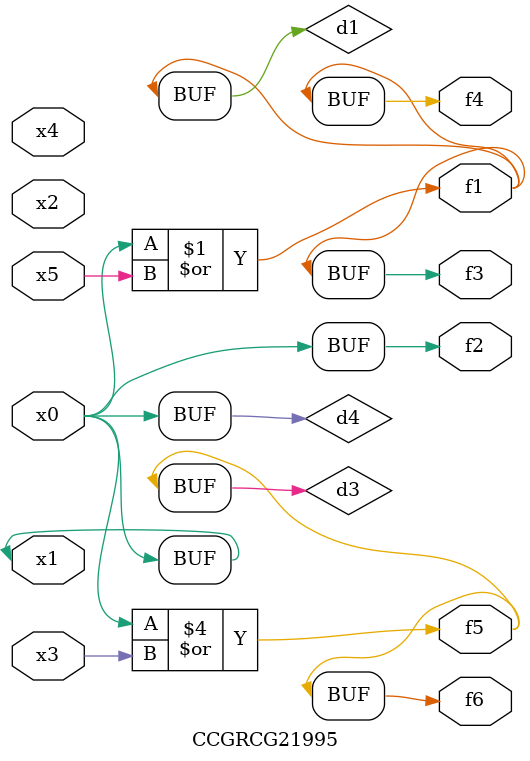
<source format=v>
module CCGRCG21995(
	input x0, x1, x2, x3, x4, x5,
	output f1, f2, f3, f4, f5, f6
);

	wire d1, d2, d3, d4;

	or (d1, x0, x5);
	xnor (d2, x1, x4);
	or (d3, x0, x3);
	buf (d4, x0, x1);
	assign f1 = d1;
	assign f2 = d4;
	assign f3 = d1;
	assign f4 = d1;
	assign f5 = d3;
	assign f6 = d3;
endmodule

</source>
